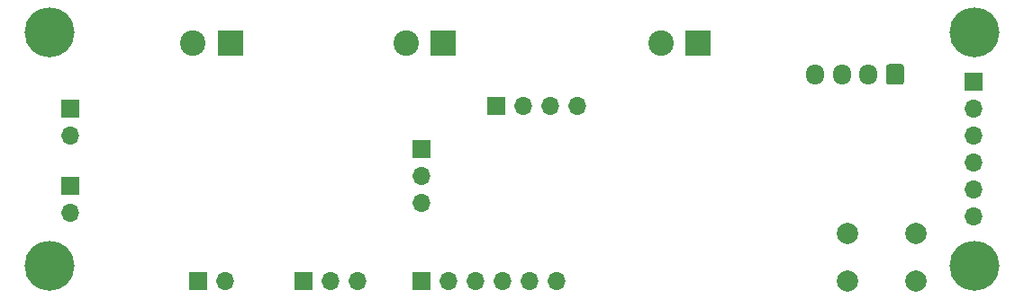
<source format=gbr>
G04 #@! TF.GenerationSoftware,KiCad,Pcbnew,5.1.10-88a1d61d58~90~ubuntu21.04.1*
G04 #@! TF.CreationDate,2021-09-06T15:15:47+02:00*
G04 #@! TF.ProjectId,DccDecoder,44636344-6563-46f6-9465-722e6b696361,rev?*
G04 #@! TF.SameCoordinates,Original*
G04 #@! TF.FileFunction,Soldermask,Bot*
G04 #@! TF.FilePolarity,Negative*
%FSLAX46Y46*%
G04 Gerber Fmt 4.6, Leading zero omitted, Abs format (unit mm)*
G04 Created by KiCad (PCBNEW 5.1.10-88a1d61d58~90~ubuntu21.04.1) date 2021-09-06 15:15:47*
%MOMM*%
%LPD*%
G01*
G04 APERTURE LIST*
%ADD10O,1.700000X1.700000*%
%ADD11R,1.700000X1.700000*%
%ADD12C,4.700000*%
%ADD13C,2.000000*%
%ADD14R,2.400000X2.400000*%
%ADD15C,2.400000*%
%ADD16O,1.700000X1.950000*%
G04 APERTURE END LIST*
D10*
X78620000Y-51000000D03*
X76080000Y-51000000D03*
X73540000Y-51000000D03*
D11*
X71000000Y-51000000D03*
D10*
X45540000Y-67500000D03*
D11*
X43000000Y-67500000D03*
D10*
X58000000Y-67500000D03*
X55460000Y-67500000D03*
D11*
X52920000Y-67500000D03*
D10*
X31000000Y-61040000D03*
D11*
X31000000Y-58500000D03*
D10*
X30995000Y-53755000D03*
D11*
X30995000Y-51215000D03*
D10*
X64000000Y-60080000D03*
X64000000Y-57540000D03*
D11*
X64000000Y-55000000D03*
D10*
X76700000Y-67500000D03*
X74160000Y-67500000D03*
X71620000Y-67500000D03*
X69080000Y-67500000D03*
X66540000Y-67500000D03*
D11*
X64000000Y-67500000D03*
X115874300Y-48671400D03*
D10*
X115874300Y-51211400D03*
X115874300Y-53751400D03*
X115874300Y-56291400D03*
X115874300Y-58831400D03*
X115874300Y-61371400D03*
D12*
X116000000Y-66000000D03*
X29000000Y-66000000D03*
X29000000Y-44000000D03*
X116000000Y-44000000D03*
D13*
X104000000Y-67500000D03*
X104000000Y-63000000D03*
X110500000Y-67500000D03*
X110500000Y-63000000D03*
D14*
X46000000Y-45000000D03*
D15*
X42500000Y-45000000D03*
D14*
X90000000Y-45000000D03*
D15*
X86500000Y-45000000D03*
D14*
X66000000Y-45000000D03*
D15*
X62500000Y-45000000D03*
D16*
X101000000Y-48000000D03*
X103500000Y-48000000D03*
X106000000Y-48000000D03*
G36*
G01*
X109350000Y-47275000D02*
X109350000Y-48725000D01*
G75*
G02*
X109100000Y-48975000I-250000J0D01*
G01*
X107900000Y-48975000D01*
G75*
G02*
X107650000Y-48725000I0J250000D01*
G01*
X107650000Y-47275000D01*
G75*
G02*
X107900000Y-47025000I250000J0D01*
G01*
X109100000Y-47025000D01*
G75*
G02*
X109350000Y-47275000I0J-250000D01*
G01*
G37*
M02*

</source>
